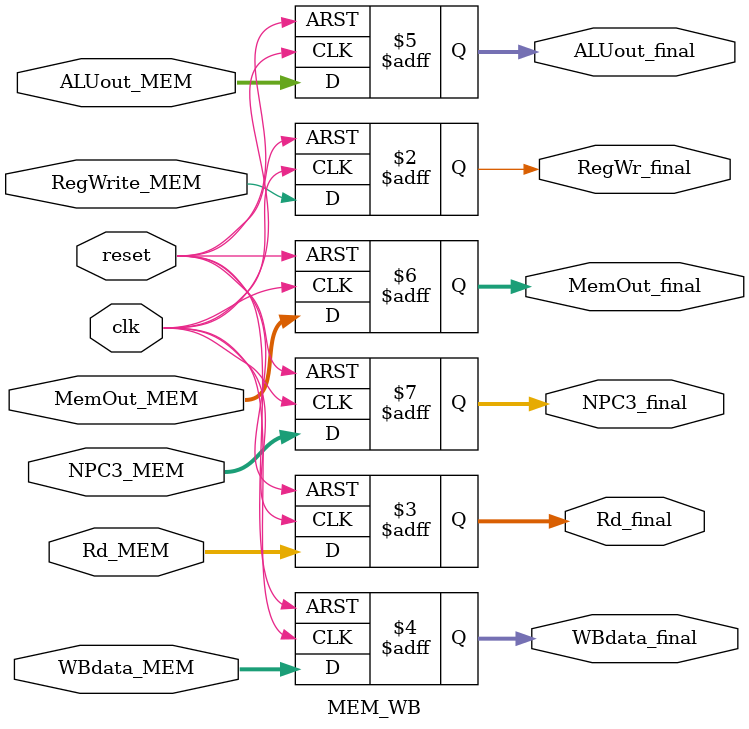
<source format=v>
module IF_ID(
  input  wire        clk,
  input  wire        reset,
  input  wire        disable_IR,
  input  wire        kill,
  input  wire [31:0] Instruction_F,
  input  wire [31:0] NPC_F,
  output reg  [31:0] Instruction_D,
  output reg  [31:0] NPC_D
);

  always @(posedge clk or posedge reset) begin
    if (reset) begin
      Instruction_D <= 32'h00000000; // NOP
      NPC_D         <= 32'b0;
    end else if (!disable_IR) begin
      Instruction_D <= kill ? 32'h00000000 : Instruction_F;
      NPC_D         <= NPC_F;
    end
  end
endmodule

module ID_EX (
    input  wire        clk,
    input  wire        reset,

    // control from ID
    input  wire        RegWr_ID,
    input  wire        MemWr_ID,
    input  wire        MemRd_ID,
    input  wire        ALUSrc_ID,
    input  wire [2:0]  ALUop_ID,
    input  wire [1:0]  WBdata_ID,

    // data from ID
    input  wire [31:0] A_ID,
    input  wire [31:0] B_ID,
    input  wire [31:0] Imm_ID,
    input  wire [31:0] NPC_ID,
    input  wire [4:0]  Rd_ID,
    input  wire [4:0]  Rs_ID,  
    input  wire [4:0]  Rt_ID,   

    input  wire        stall,

    // outputs to EX
    output reg         RegWr_EX,
    output reg         MemWr_EX,
    output reg         MemRd_EX,
    output reg         ALUSrc_EX,
    output reg  [2:0]  ALUop_EX,
    output reg  [1:0]  WBdata_EX,

    output reg  [31:0] A_EX,
    output reg  [31:0] B_EX,
    output reg  [31:0] Imm_EX,
    output reg  [31:0] NPC_EX,
    output reg  [4:0]  Rd_EX,
    output reg  [4:0]  Rs_EX,  
    output reg  [4:0]  Rt_EX   
);

    always @(posedge clk or posedge reset) begin
        if (reset || stall) begin
            RegWr_EX  <= 1'b0;
            MemWr_EX  <= 1'b0;
            MemRd_EX  <= 1'b0;
            ALUSrc_EX <= 1'b0;
            ALUop_EX  <= 3'b000;
            WBdata_EX <= 2'b00;

            A_EX   <= 32'b0;
            B_EX   <= 32'b0;
            Imm_EX <= 32'b0;
            NPC_EX <= 32'b0;
            Rd_EX  <= 5'b0;
            Rs_EX  <= 5'b0;   
            Rt_EX  <= 5'b0;   
        end else begin
            RegWr_EX  <= RegWr_ID;
            MemWr_EX  <= MemWr_ID;
            MemRd_EX  <= MemRd_ID;
            ALUSrc_EX <= ALUSrc_ID;
            ALUop_EX  <= ALUop_ID;
            WBdata_EX <= WBdata_ID;

            A_EX   <= A_ID;
            B_EX   <= B_ID;
            Imm_EX <= Imm_ID;
            NPC_EX <= NPC_ID;
            Rd_EX  <= Rd_ID;
            Rs_EX  <= Rs_ID;  
            Rt_EX  <= Rt_ID; 
        end
    end
endmodule


module EX_MEM (
    input  wire        clk,
    input  wire        reset,

    // Control
    input  wire        RegWr_EX,
    input  wire        MemWr_EX,
    input  wire        MemRd_EX,
    input  wire [1:0]  WBdata_EX,

    // Data
    input  wire [31:0] ALUout_EX,
    input  wire [31:0] D_EX,
    input  wire [31:0] NPC_EX,
    input  wire [4:0]  Rd_EX,

    // Outputs
    output reg         RegWr_MEM,
    output reg         MemWr_MEM,
    output reg         MemRd_MEM,
    output reg  [1:0]  WBdata_MEM,

    output reg  [31:0] ALUout_MEM,
    output reg  [31:0] D_MEM,
    output reg  [31:0] NPC_MEM,
    output reg  [4:0]  Rd_MEM
);

    always @(posedge clk or posedge reset) begin
        if (reset) begin
            RegWr_MEM  <= 1'b0;
            MemWr_MEM  <= 1'b0;
            MemRd_MEM  <= 1'b0;
            WBdata_MEM <= 2'b00;

            ALUout_MEM <= 32'b0;
            D_MEM      <= 32'b0;
            NPC_MEM    <= 32'b0;
            Rd_MEM     <= 5'd0;
        end else begin
            RegWr_MEM  <= RegWr_EX;
            MemWr_MEM  <= MemWr_EX;
            MemRd_MEM  <= MemRd_EX;
            WBdata_MEM <= WBdata_EX;

            ALUout_MEM <= ALUout_EX;
            D_MEM      <= D_EX;
            NPC_MEM    <= NPC_EX;
            Rd_MEM     <= Rd_EX;
        end
    end

endmodule
module MEM_WB (
    input  wire        clk,
    input  wire        reset,

    // -------- Inputs from MEM stage --------
    input  wire        RegWrite_MEM,
    input  wire [4:0]  Rd_MEM,
    input  wire [1:0]  WBdata_MEM,

    input  wire [31:0] ALUout_MEM,
    input  wire [31:0] MemOut_MEM,
    input  wire [31:0] NPC3_MEM,

    // -------- Outputs to WB stage --------
    output reg         RegWr_final,
    output reg  [4:0]  Rd_final,
    output reg  [1:0]  WBdata_final,

    output reg  [31:0] ALUout_final,
    output reg  [31:0] MemOut_final,
    output reg  [31:0] NPC3_final
);

    always @(posedge clk or posedge reset) begin
        if (reset) begin
            RegWr_final   <= 1'b0;
            Rd_final      <= 5'd0;
            WBdata_final  <= 2'b00;

            ALUout_final  <= 32'b0;
            MemOut_final  <= 32'b0;
            NPC3_final    <= 32'b0;
        end else begin
            RegWr_final   <= RegWrite_MEM;
            Rd_final      <= Rd_MEM;
            WBdata_final  <= WBdata_MEM;

            ALUout_final  <= ALUout_MEM;
            MemOut_final  <= MemOut_MEM;
            NPC3_final    <= NPC3_MEM;
	end	  

    end

endmodule

</source>
